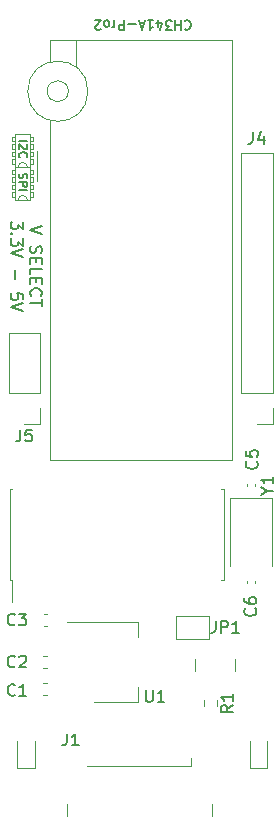
<source format=gbr>
%TF.GenerationSoftware,KiCad,Pcbnew,(5.1.8)-1*%
%TF.CreationDate,2021-02-26T23:13:32+01:00*%
%TF.ProjectId,CH341Apro,43483334-3141-4707-926f-2e6b69636164,rev?*%
%TF.SameCoordinates,Original*%
%TF.FileFunction,Legend,Top*%
%TF.FilePolarity,Positive*%
%FSLAX46Y46*%
G04 Gerber Fmt 4.6, Leading zero omitted, Abs format (unit mm)*
G04 Created by KiCad (PCBNEW (5.1.8)-1) date 2021-02-26 23:13:32*
%MOMM*%
%LPD*%
G01*
G04 APERTURE LIST*
%ADD10C,0.150000*%
%ADD11C,0.120000*%
G04 APERTURE END LIST*
D10*
X108571857Y-47720285D02*
X108609952Y-47682190D01*
X108724238Y-47644095D01*
X108800428Y-47644095D01*
X108914714Y-47682190D01*
X108990904Y-47758380D01*
X109029000Y-47834571D01*
X109067095Y-47986952D01*
X109067095Y-48101238D01*
X109029000Y-48253619D01*
X108990904Y-48329809D01*
X108914714Y-48406000D01*
X108800428Y-48444095D01*
X108724238Y-48444095D01*
X108609952Y-48406000D01*
X108571857Y-48367904D01*
X108229000Y-47644095D02*
X108229000Y-48444095D01*
X108229000Y-48063142D02*
X107771857Y-48063142D01*
X107771857Y-47644095D02*
X107771857Y-48444095D01*
X107467095Y-48444095D02*
X106971857Y-48444095D01*
X107238523Y-48139333D01*
X107124238Y-48139333D01*
X107048047Y-48101238D01*
X107009952Y-48063142D01*
X106971857Y-47986952D01*
X106971857Y-47796476D01*
X107009952Y-47720285D01*
X107048047Y-47682190D01*
X107124238Y-47644095D01*
X107352809Y-47644095D01*
X107429000Y-47682190D01*
X107467095Y-47720285D01*
X106286142Y-48177428D02*
X106286142Y-47644095D01*
X106476619Y-48482190D02*
X106667095Y-47910761D01*
X106171857Y-47910761D01*
X105448047Y-47644095D02*
X105905190Y-47644095D01*
X105676619Y-47644095D02*
X105676619Y-48444095D01*
X105752809Y-48329809D01*
X105829000Y-48253619D01*
X105905190Y-48215523D01*
X105143285Y-47872666D02*
X104762333Y-47872666D01*
X105219476Y-47644095D02*
X104952809Y-48444095D01*
X104686142Y-47644095D01*
X104419476Y-47948857D02*
X103809952Y-47948857D01*
X103429000Y-47644095D02*
X103429000Y-48444095D01*
X103124238Y-48444095D01*
X103048047Y-48406000D01*
X103009952Y-48367904D01*
X102971857Y-48291714D01*
X102971857Y-48177428D01*
X103009952Y-48101238D01*
X103048047Y-48063142D01*
X103124238Y-48025047D01*
X103429000Y-48025047D01*
X102629000Y-47644095D02*
X102629000Y-48177428D01*
X102629000Y-48025047D02*
X102590904Y-48101238D01*
X102552809Y-48139333D01*
X102476619Y-48177428D01*
X102400428Y-48177428D01*
X102019476Y-47644095D02*
X102095666Y-47682190D01*
X102133761Y-47720285D01*
X102171857Y-47796476D01*
X102171857Y-48025047D01*
X102133761Y-48101238D01*
X102095666Y-48139333D01*
X102019476Y-48177428D01*
X101905190Y-48177428D01*
X101829000Y-48139333D01*
X101790904Y-48101238D01*
X101752809Y-48025047D01*
X101752809Y-47796476D01*
X101790904Y-47720285D01*
X101829000Y-47682190D01*
X101905190Y-47644095D01*
X102019476Y-47644095D01*
X101448047Y-48367904D02*
X101409952Y-48406000D01*
X101333761Y-48444095D01*
X101143285Y-48444095D01*
X101067095Y-48406000D01*
X101029000Y-48367904D01*
X100990904Y-48291714D01*
X100990904Y-48215523D01*
X101029000Y-48101238D01*
X101486142Y-47644095D01*
X100990904Y-47644095D01*
X94585666Y-60624333D02*
X94552333Y-60724333D01*
X94552333Y-60891000D01*
X94585666Y-60957666D01*
X94619000Y-60991000D01*
X94685666Y-61024333D01*
X94752333Y-61024333D01*
X94819000Y-60991000D01*
X94852333Y-60957666D01*
X94885666Y-60891000D01*
X94919000Y-60757666D01*
X94952333Y-60691000D01*
X94985666Y-60657666D01*
X95052333Y-60624333D01*
X95119000Y-60624333D01*
X95185666Y-60657666D01*
X95219000Y-60691000D01*
X95252333Y-60757666D01*
X95252333Y-60924333D01*
X95219000Y-61024333D01*
X94552333Y-61324333D02*
X95252333Y-61324333D01*
X95252333Y-61591000D01*
X95219000Y-61657666D01*
X95185666Y-61691000D01*
X95119000Y-61724333D01*
X95019000Y-61724333D01*
X94952333Y-61691000D01*
X94919000Y-61657666D01*
X94885666Y-61591000D01*
X94885666Y-61324333D01*
X94552333Y-62024333D02*
X95252333Y-62024333D01*
X94552333Y-57863666D02*
X95252333Y-57863666D01*
X95185666Y-58163666D02*
X95219000Y-58197000D01*
X95252333Y-58263666D01*
X95252333Y-58430333D01*
X95219000Y-58497000D01*
X95185666Y-58530333D01*
X95119000Y-58563666D01*
X95052333Y-58563666D01*
X94952333Y-58530333D01*
X94552333Y-58130333D01*
X94552333Y-58563666D01*
X94619000Y-59263666D02*
X94585666Y-59230333D01*
X94552333Y-59130333D01*
X94552333Y-59063666D01*
X94585666Y-58963666D01*
X94652333Y-58897000D01*
X94719000Y-58863666D01*
X94852333Y-58830333D01*
X94952333Y-58830333D01*
X95085666Y-58863666D01*
X95152333Y-58897000D01*
X95219000Y-58963666D01*
X95252333Y-59063666D01*
X95252333Y-59130333D01*
X95219000Y-59230333D01*
X95185666Y-59263666D01*
D11*
X93980000Y-58547000D02*
X93980000Y-58166000D01*
X95504000Y-57531000D02*
X95758000Y-57531000D01*
X94234000Y-60071000D02*
X95504000Y-60071000D01*
X95758000Y-59436000D02*
X95758000Y-59817000D01*
X95758000Y-59182000D02*
X95504000Y-59182000D01*
X95504000Y-58801000D02*
X95758000Y-58801000D01*
X93980000Y-58801000D02*
X94234000Y-58801000D01*
X93980000Y-59436000D02*
X94234000Y-59436000D01*
X95504000Y-59436000D02*
X95758000Y-59436000D01*
X94234000Y-59817000D02*
X93980000Y-59817000D01*
X93980000Y-59182000D02*
X93980000Y-58801000D01*
X93980000Y-57912000D02*
X93980000Y-57531000D01*
X95504000Y-58166000D02*
X95758000Y-58166000D01*
X95758000Y-58801000D02*
X95758000Y-59182000D01*
X93980000Y-57531000D02*
X94234000Y-57531000D01*
X95504000Y-57277000D02*
X94234000Y-57277000D01*
X94234000Y-57912000D02*
X93980000Y-57912000D01*
X95758000Y-59817000D02*
X95504000Y-59817000D01*
X94488000Y-60071000D02*
G75*
G02*
X95250000Y-60071000I381000J0D01*
G01*
X95758000Y-57912000D02*
X95504000Y-57912000D01*
X95758000Y-58166000D02*
X95758000Y-58547000D01*
X95758000Y-57531000D02*
X95758000Y-57912000D01*
X93980000Y-58166000D02*
X94234000Y-58166000D01*
X94234000Y-58547000D02*
X93980000Y-58547000D01*
X95504000Y-60071000D02*
X95504000Y-57277000D01*
X94234000Y-59182000D02*
X93980000Y-59182000D01*
X95758000Y-58547000D02*
X95504000Y-58547000D01*
X93980000Y-59817000D02*
X93980000Y-59436000D01*
X94234000Y-57277000D02*
X94234000Y-60071000D01*
X94488000Y-62865000D02*
G75*
G02*
X95250000Y-62865000I381000J0D01*
G01*
X95758000Y-61595000D02*
X95758000Y-61976000D01*
X95758000Y-61341000D02*
X95504000Y-61341000D01*
X95758000Y-60706000D02*
X95504000Y-60706000D01*
X95504000Y-60325000D02*
X95758000Y-60325000D01*
X95758000Y-60960000D02*
X95758000Y-61341000D01*
X95758000Y-62230000D02*
X95758000Y-62611000D01*
X95758000Y-62611000D02*
X95504000Y-62611000D01*
X95504000Y-62230000D02*
X95758000Y-62230000D01*
X95758000Y-61976000D02*
X95504000Y-61976000D01*
X95504000Y-61595000D02*
X95758000Y-61595000D01*
X95504000Y-60960000D02*
X95758000Y-60960000D01*
X95758000Y-60325000D02*
X95758000Y-60706000D01*
X95504000Y-60071000D02*
X94234000Y-60071000D01*
X95504000Y-62865000D02*
X95504000Y-60071000D01*
X94234000Y-62865000D02*
X95504000Y-62865000D01*
X94234000Y-60071000D02*
X94234000Y-62865000D01*
X93980000Y-60325000D02*
X94234000Y-60325000D01*
X94234000Y-60706000D02*
X93980000Y-60706000D01*
X93980000Y-60706000D02*
X93980000Y-60325000D01*
X93980000Y-60960000D02*
X94234000Y-60960000D01*
X94234000Y-61341000D02*
X93980000Y-61341000D01*
X93980000Y-61341000D02*
X93980000Y-60960000D01*
X93980000Y-61595000D02*
X94234000Y-61595000D01*
X94234000Y-61976000D02*
X93980000Y-61976000D01*
X93980000Y-61976000D02*
X93980000Y-61595000D01*
X93980000Y-62230000D02*
X94234000Y-62230000D01*
X93980000Y-62611000D02*
X93980000Y-62230000D01*
X94234000Y-62611000D02*
X93980000Y-62611000D01*
D10*
X96495619Y-65072047D02*
X95495619Y-65405380D01*
X96495619Y-65738714D01*
X95543238Y-66786333D02*
X95495619Y-66929190D01*
X95495619Y-67167285D01*
X95543238Y-67262523D01*
X95590857Y-67310142D01*
X95686095Y-67357761D01*
X95781333Y-67357761D01*
X95876571Y-67310142D01*
X95924190Y-67262523D01*
X95971809Y-67167285D01*
X96019428Y-66976809D01*
X96067047Y-66881571D01*
X96114666Y-66833952D01*
X96209904Y-66786333D01*
X96305142Y-66786333D01*
X96400380Y-66833952D01*
X96448000Y-66881571D01*
X96495619Y-66976809D01*
X96495619Y-67214904D01*
X96448000Y-67357761D01*
X96019428Y-67786333D02*
X96019428Y-68119666D01*
X95495619Y-68262523D02*
X95495619Y-67786333D01*
X96495619Y-67786333D01*
X96495619Y-68262523D01*
X95495619Y-69167285D02*
X95495619Y-68691095D01*
X96495619Y-68691095D01*
X96019428Y-69500619D02*
X96019428Y-69833952D01*
X95495619Y-69976809D02*
X95495619Y-69500619D01*
X96495619Y-69500619D01*
X96495619Y-69976809D01*
X95590857Y-70976809D02*
X95543238Y-70929190D01*
X95495619Y-70786333D01*
X95495619Y-70691095D01*
X95543238Y-70548238D01*
X95638476Y-70453000D01*
X95733714Y-70405380D01*
X95924190Y-70357761D01*
X96067047Y-70357761D01*
X96257523Y-70405380D01*
X96352761Y-70453000D01*
X96448000Y-70548238D01*
X96495619Y-70691095D01*
X96495619Y-70786333D01*
X96448000Y-70929190D01*
X96400380Y-70976809D01*
X96495619Y-71262523D02*
X96495619Y-71833952D01*
X95495619Y-71548238D02*
X96495619Y-71548238D01*
X94845619Y-64691095D02*
X94845619Y-65310142D01*
X94464666Y-64976809D01*
X94464666Y-65119666D01*
X94417047Y-65214904D01*
X94369428Y-65262523D01*
X94274190Y-65310142D01*
X94036095Y-65310142D01*
X93940857Y-65262523D01*
X93893238Y-65214904D01*
X93845619Y-65119666D01*
X93845619Y-64833952D01*
X93893238Y-64738714D01*
X93940857Y-64691095D01*
X93940857Y-65738714D02*
X93893238Y-65786333D01*
X93845619Y-65738714D01*
X93893238Y-65691095D01*
X93940857Y-65738714D01*
X93845619Y-65738714D01*
X94845619Y-66119666D02*
X94845619Y-66738714D01*
X94464666Y-66405380D01*
X94464666Y-66548238D01*
X94417047Y-66643476D01*
X94369428Y-66691095D01*
X94274190Y-66738714D01*
X94036095Y-66738714D01*
X93940857Y-66691095D01*
X93893238Y-66643476D01*
X93845619Y-66548238D01*
X93845619Y-66262523D01*
X93893238Y-66167285D01*
X93940857Y-66119666D01*
X94845619Y-67024428D02*
X93845619Y-67357761D01*
X94845619Y-67691095D01*
X94226571Y-68786333D02*
X94226571Y-69548238D01*
X94845619Y-71262523D02*
X94845619Y-70786333D01*
X94369428Y-70738714D01*
X94417047Y-70786333D01*
X94464666Y-70881571D01*
X94464666Y-71119666D01*
X94417047Y-71214904D01*
X94369428Y-71262523D01*
X94274190Y-71310142D01*
X94036095Y-71310142D01*
X93940857Y-71262523D01*
X93893238Y-71214904D01*
X93845619Y-71119666D01*
X93845619Y-70881571D01*
X93893238Y-70786333D01*
X93940857Y-70738714D01*
X94845619Y-71595857D02*
X93845619Y-71929190D01*
X94845619Y-72262523D01*
D11*
%TO.C,J5*%
X96326000Y-81848000D02*
X94996000Y-81848000D01*
X96326000Y-80518000D02*
X96326000Y-81848000D01*
X96326000Y-79248000D02*
X93666000Y-79248000D01*
X93666000Y-79248000D02*
X93666000Y-74108000D01*
X96326000Y-79248000D02*
X96326000Y-74108000D01*
X96326000Y-74108000D02*
X93666000Y-74108000D01*
%TO.C,C2*%
X96936779Y-101471000D02*
X96611221Y-101471000D01*
X96936779Y-102491000D02*
X96611221Y-102491000D01*
%TO.C,C1*%
X96911279Y-103757000D02*
X96585721Y-103757000D01*
X96911279Y-104777000D02*
X96585721Y-104777000D01*
%TO.C,D1*%
X95858000Y-110959000D02*
X95858000Y-108674000D01*
X94388000Y-110959000D02*
X95858000Y-110959000D01*
X94388000Y-108674000D02*
X94388000Y-110959000D01*
%TO.C,D2*%
X114073000Y-108674000D02*
X114073000Y-110959000D01*
X114073000Y-110959000D02*
X115543000Y-110959000D01*
X115543000Y-110959000D02*
X115543000Y-108674000D01*
%TO.C,J3*%
X100378500Y-53657500D02*
G75*
G03*
X100378500Y-53657500I-2550000J0D01*
G01*
X98728500Y-53657500D02*
G75*
G03*
X98728500Y-53657500I-900000J0D01*
G01*
X97138500Y-56107500D02*
X97138500Y-84847500D01*
X97138500Y-84847500D02*
X112538500Y-84847500D01*
X112538500Y-84847500D02*
X112538500Y-49347500D01*
X112538500Y-49347500D02*
X97138500Y-49347500D01*
X97138500Y-49347500D02*
X97138500Y-51207500D01*
X99378500Y-49347500D02*
X99378500Y-51607500D01*
X96078500Y-61277500D02*
X96078500Y-58737500D01*
%TO.C,RN1*%
X112805000Y-102735000D02*
X112805000Y-101735000D01*
X109445000Y-102735000D02*
X109445000Y-101735000D01*
%TO.C,U1*%
X98643000Y-98571000D02*
X104653000Y-98571000D01*
X100893000Y-105391000D02*
X104653000Y-105391000D01*
X104653000Y-98571000D02*
X104653000Y-99831000D01*
X104653000Y-105391000D02*
X104653000Y-104131000D01*
%TO.C,U2*%
X93991500Y-95046000D02*
X93991500Y-96861000D01*
X93746500Y-95046000D02*
X93991500Y-95046000D01*
X93746500Y-91186000D02*
X93746500Y-95046000D01*
X93746500Y-87326000D02*
X93991500Y-87326000D01*
X93746500Y-91186000D02*
X93746500Y-87326000D01*
X111866500Y-95046000D02*
X111621500Y-95046000D01*
X111866500Y-91186000D02*
X111866500Y-95046000D01*
X111866500Y-87326000D02*
X111621500Y-87326000D01*
X111866500Y-91186000D02*
X111866500Y-87326000D01*
%TO.C,J4*%
X116011000Y-81848000D02*
X114681000Y-81848000D01*
X116011000Y-80518000D02*
X116011000Y-81848000D01*
X116011000Y-79248000D02*
X113351000Y-79248000D01*
X113351000Y-79248000D02*
X113351000Y-58868000D01*
X116011000Y-79248000D02*
X116011000Y-58868000D01*
X116011000Y-58868000D02*
X113351000Y-58868000D01*
%TO.C,J1*%
X109126500Y-110830500D02*
X109126500Y-110075500D01*
X98581500Y-114000500D02*
X98581500Y-115050500D01*
X110871500Y-114000500D02*
X110871500Y-115050500D01*
X109126500Y-110830500D02*
X100326500Y-110830500D01*
%TO.C,C3*%
X96620420Y-98935000D02*
X96901580Y-98935000D01*
X96620420Y-97915000D02*
X96901580Y-97915000D01*
%TO.C,R1*%
X111266500Y-105236742D02*
X111266500Y-105711258D01*
X110221500Y-105236742D02*
X110221500Y-105711258D01*
%TO.C,JP1*%
X107835000Y-100060000D02*
X107835000Y-98060000D01*
X110635000Y-100060000D02*
X107835000Y-100060000D01*
X110635000Y-98060000D02*
X110635000Y-100060000D01*
X107835000Y-98060000D02*
X110635000Y-98060000D01*
%TO.C,C5*%
X114533000Y-87102836D02*
X114533000Y-86887164D01*
X113813000Y-87102836D02*
X113813000Y-86887164D01*
%TO.C,C6*%
X114533000Y-95114164D02*
X114533000Y-95329836D01*
X113813000Y-95114164D02*
X113813000Y-95329836D01*
%TO.C,Y1*%
X112373000Y-88136000D02*
X112373000Y-93886000D01*
X115973000Y-88136000D02*
X112373000Y-88136000D01*
X115973000Y-93886000D02*
X115973000Y-88136000D01*
%TD*%
%TO.C,J5*%
D10*
X94662666Y-82300380D02*
X94662666Y-83014666D01*
X94615047Y-83157523D01*
X94519809Y-83252761D01*
X94376952Y-83300380D01*
X94281714Y-83300380D01*
X95615047Y-82300380D02*
X95138857Y-82300380D01*
X95091238Y-82776571D01*
X95138857Y-82728952D01*
X95234095Y-82681333D01*
X95472190Y-82681333D01*
X95567428Y-82728952D01*
X95615047Y-82776571D01*
X95662666Y-82871809D01*
X95662666Y-83109904D01*
X95615047Y-83205142D01*
X95567428Y-83252761D01*
X95472190Y-83300380D01*
X95234095Y-83300380D01*
X95138857Y-83252761D01*
X95091238Y-83205142D01*
%TO.C,C2*%
X94194333Y-102338142D02*
X94146714Y-102385761D01*
X94003857Y-102433380D01*
X93908619Y-102433380D01*
X93765761Y-102385761D01*
X93670523Y-102290523D01*
X93622904Y-102195285D01*
X93575285Y-102004809D01*
X93575285Y-101861952D01*
X93622904Y-101671476D01*
X93670523Y-101576238D01*
X93765761Y-101481000D01*
X93908619Y-101433380D01*
X94003857Y-101433380D01*
X94146714Y-101481000D01*
X94194333Y-101528619D01*
X94575285Y-101528619D02*
X94622904Y-101481000D01*
X94718142Y-101433380D01*
X94956238Y-101433380D01*
X95051476Y-101481000D01*
X95099095Y-101528619D01*
X95146714Y-101623857D01*
X95146714Y-101719095D01*
X95099095Y-101861952D01*
X94527666Y-102433380D01*
X95146714Y-102433380D01*
%TO.C,C1*%
X94194333Y-104751142D02*
X94146714Y-104798761D01*
X94003857Y-104846380D01*
X93908619Y-104846380D01*
X93765761Y-104798761D01*
X93670523Y-104703523D01*
X93622904Y-104608285D01*
X93575285Y-104417809D01*
X93575285Y-104274952D01*
X93622904Y-104084476D01*
X93670523Y-103989238D01*
X93765761Y-103894000D01*
X93908619Y-103846380D01*
X94003857Y-103846380D01*
X94146714Y-103894000D01*
X94194333Y-103941619D01*
X95146714Y-104846380D02*
X94575285Y-104846380D01*
X94861000Y-104846380D02*
X94861000Y-103846380D01*
X94765761Y-103989238D01*
X94670523Y-104084476D01*
X94575285Y-104132095D01*
%TO.C,U1*%
X105283095Y-104354380D02*
X105283095Y-105163904D01*
X105330714Y-105259142D01*
X105378333Y-105306761D01*
X105473571Y-105354380D01*
X105664047Y-105354380D01*
X105759285Y-105306761D01*
X105806904Y-105259142D01*
X105854523Y-105163904D01*
X105854523Y-104354380D01*
X106854523Y-105354380D02*
X106283095Y-105354380D01*
X106568809Y-105354380D02*
X106568809Y-104354380D01*
X106473571Y-104497238D01*
X106378333Y-104592476D01*
X106283095Y-104640095D01*
%TO.C,J4*%
X114347666Y-57110380D02*
X114347666Y-57824666D01*
X114300047Y-57967523D01*
X114204809Y-58062761D01*
X114061952Y-58110380D01*
X113966714Y-58110380D01*
X115252428Y-57443714D02*
X115252428Y-58110380D01*
X115014333Y-57062761D02*
X114776238Y-57777047D01*
X115395285Y-57777047D01*
%TO.C,J1*%
X98599666Y-108037380D02*
X98599666Y-108751666D01*
X98552047Y-108894523D01*
X98456809Y-108989761D01*
X98313952Y-109037380D01*
X98218714Y-109037380D01*
X99599666Y-109037380D02*
X99028238Y-109037380D01*
X99313952Y-109037380D02*
X99313952Y-108037380D01*
X99218714Y-108180238D01*
X99123476Y-108275476D01*
X99028238Y-108323095D01*
%TO.C,C3*%
X94194333Y-98782142D02*
X94146714Y-98829761D01*
X94003857Y-98877380D01*
X93908619Y-98877380D01*
X93765761Y-98829761D01*
X93670523Y-98734523D01*
X93622904Y-98639285D01*
X93575285Y-98448809D01*
X93575285Y-98305952D01*
X93622904Y-98115476D01*
X93670523Y-98020238D01*
X93765761Y-97925000D01*
X93908619Y-97877380D01*
X94003857Y-97877380D01*
X94146714Y-97925000D01*
X94194333Y-97972619D01*
X94527666Y-97877380D02*
X95146714Y-97877380D01*
X94813380Y-98258333D01*
X94956238Y-98258333D01*
X95051476Y-98305952D01*
X95099095Y-98353571D01*
X95146714Y-98448809D01*
X95146714Y-98686904D01*
X95099095Y-98782142D01*
X95051476Y-98829761D01*
X94956238Y-98877380D01*
X94670523Y-98877380D01*
X94575285Y-98829761D01*
X94527666Y-98782142D01*
%TO.C,R1*%
X112626380Y-105640666D02*
X112150190Y-105974000D01*
X112626380Y-106212095D02*
X111626380Y-106212095D01*
X111626380Y-105831142D01*
X111674000Y-105735904D01*
X111721619Y-105688285D01*
X111816857Y-105640666D01*
X111959714Y-105640666D01*
X112054952Y-105688285D01*
X112102571Y-105735904D01*
X112150190Y-105831142D01*
X112150190Y-106212095D01*
X112626380Y-104688285D02*
X112626380Y-105259714D01*
X112626380Y-104974000D02*
X111626380Y-104974000D01*
X111769238Y-105069238D01*
X111864476Y-105164476D01*
X111912095Y-105259714D01*
%TO.C,JP1*%
X111180666Y-98512380D02*
X111180666Y-99226666D01*
X111133047Y-99369523D01*
X111037809Y-99464761D01*
X110894952Y-99512380D01*
X110799714Y-99512380D01*
X111656857Y-99512380D02*
X111656857Y-98512380D01*
X112037809Y-98512380D01*
X112133047Y-98560000D01*
X112180666Y-98607619D01*
X112228285Y-98702857D01*
X112228285Y-98845714D01*
X112180666Y-98940952D01*
X112133047Y-98988571D01*
X112037809Y-99036190D01*
X111656857Y-99036190D01*
X113180666Y-99512380D02*
X112609238Y-99512380D01*
X112894952Y-99512380D02*
X112894952Y-98512380D01*
X112799714Y-98655238D01*
X112704476Y-98750476D01*
X112609238Y-98798095D01*
%TO.C,C5*%
X114657142Y-85002666D02*
X114704761Y-85050285D01*
X114752380Y-85193142D01*
X114752380Y-85288380D01*
X114704761Y-85431238D01*
X114609523Y-85526476D01*
X114514285Y-85574095D01*
X114323809Y-85621714D01*
X114180952Y-85621714D01*
X113990476Y-85574095D01*
X113895238Y-85526476D01*
X113800000Y-85431238D01*
X113752380Y-85288380D01*
X113752380Y-85193142D01*
X113800000Y-85050285D01*
X113847619Y-85002666D01*
X113752380Y-84097904D02*
X113752380Y-84574095D01*
X114228571Y-84621714D01*
X114180952Y-84574095D01*
X114133333Y-84478857D01*
X114133333Y-84240761D01*
X114180952Y-84145523D01*
X114228571Y-84097904D01*
X114323809Y-84050285D01*
X114561904Y-84050285D01*
X114657142Y-84097904D01*
X114704761Y-84145523D01*
X114752380Y-84240761D01*
X114752380Y-84478857D01*
X114704761Y-84574095D01*
X114657142Y-84621714D01*
%TO.C,C6*%
X114530142Y-97448666D02*
X114577761Y-97496285D01*
X114625380Y-97639142D01*
X114625380Y-97734380D01*
X114577761Y-97877238D01*
X114482523Y-97972476D01*
X114387285Y-98020095D01*
X114196809Y-98067714D01*
X114053952Y-98067714D01*
X113863476Y-98020095D01*
X113768238Y-97972476D01*
X113673000Y-97877238D01*
X113625380Y-97734380D01*
X113625380Y-97639142D01*
X113673000Y-97496285D01*
X113720619Y-97448666D01*
X113625380Y-96591523D02*
X113625380Y-96782000D01*
X113673000Y-96877238D01*
X113720619Y-96924857D01*
X113863476Y-97020095D01*
X114053952Y-97067714D01*
X114434904Y-97067714D01*
X114530142Y-97020095D01*
X114577761Y-96972476D01*
X114625380Y-96877238D01*
X114625380Y-96686761D01*
X114577761Y-96591523D01*
X114530142Y-96543904D01*
X114434904Y-96496285D01*
X114196809Y-96496285D01*
X114101571Y-96543904D01*
X114053952Y-96591523D01*
X114006333Y-96686761D01*
X114006333Y-96877238D01*
X114053952Y-96972476D01*
X114101571Y-97020095D01*
X114196809Y-97067714D01*
%TO.C,Y1*%
X115546190Y-87471190D02*
X116022380Y-87471190D01*
X115022380Y-87804523D02*
X115546190Y-87471190D01*
X115022380Y-87137857D01*
X116022380Y-86280714D02*
X116022380Y-86852142D01*
X116022380Y-86566428D02*
X115022380Y-86566428D01*
X115165238Y-86661666D01*
X115260476Y-86756904D01*
X115308095Y-86852142D01*
%TD*%
M02*

</source>
